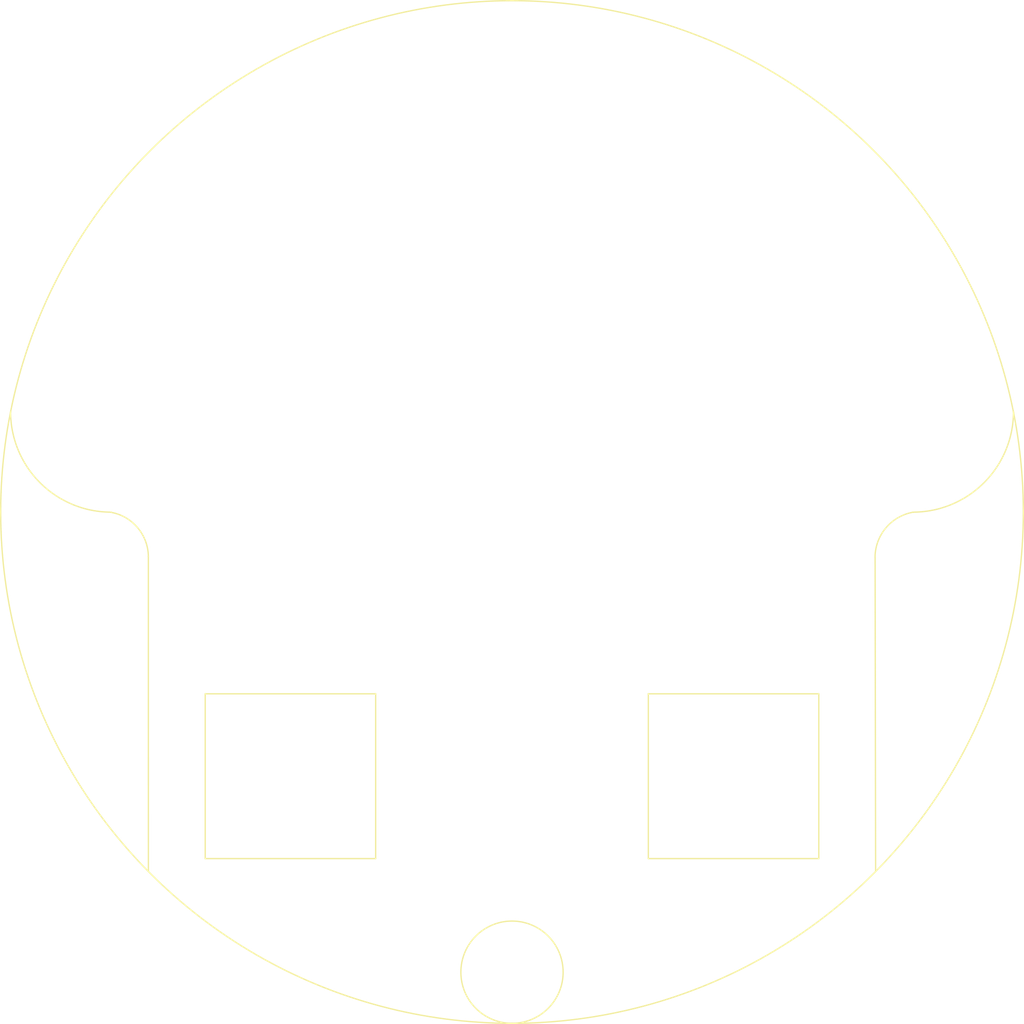
<source format=kicad_pcb>
(kicad_pcb (version 20171130) (host pcbnew 5.1.5-52549c5~84~ubuntu18.04.1)

  (general
    (thickness 1.6)
    (drawings 16)
    (tracks 0)
    (zones 0)
    (modules 0)
    (nets 1)
  )

  (page A4)
  (layers
    (0 F.Cu signal)
    (31 B.Cu signal)
    (32 B.Adhes user)
    (33 F.Adhes user)
    (34 B.Paste user)
    (35 F.Paste user)
    (36 B.SilkS user)
    (37 F.SilkS user)
    (38 B.Mask user)
    (39 F.Mask user)
    (40 Dwgs.User user)
    (41 Cmts.User user)
    (42 Eco1.User user)
    (43 Eco2.User user)
    (44 Edge.Cuts user)
    (45 Margin user)
    (46 B.CrtYd user)
    (47 F.CrtYd user)
    (48 B.Fab user)
    (49 F.Fab user)
  )

  (setup
    (last_trace_width 0.25)
    (trace_clearance 0.2)
    (zone_clearance 0.508)
    (zone_45_only no)
    (trace_min 0.2)
    (via_size 0.8)
    (via_drill 0.4)
    (via_min_size 0.4)
    (via_min_drill 0.3)
    (uvia_size 0.3)
    (uvia_drill 0.1)
    (uvias_allowed no)
    (uvia_min_size 0.2)
    (uvia_min_drill 0.1)
    (edge_width 0.05)
    (segment_width 0.2)
    (pcb_text_width 0.3)
    (pcb_text_size 1.5 1.5)
    (mod_edge_width 0.12)
    (mod_text_size 1 1)
    (mod_text_width 0.15)
    (pad_size 1.524 1.524)
    (pad_drill 0.762)
    (pad_to_mask_clearance 0.051)
    (solder_mask_min_width 0.25)
    (aux_axis_origin 0 0)
    (visible_elements FFFFFF7F)
    (pcbplotparams
      (layerselection 0x010fc_ffffffff)
      (usegerberextensions false)
      (usegerberattributes false)
      (usegerberadvancedattributes false)
      (creategerberjobfile false)
      (excludeedgelayer true)
      (linewidth 0.100000)
      (plotframeref false)
      (viasonmask false)
      (mode 1)
      (useauxorigin false)
      (hpglpennumber 1)
      (hpglpenspeed 20)
      (hpglpendiameter 15.000000)
      (psnegative false)
      (psa4output false)
      (plotreference true)
      (plotvalue true)
      (plotinvisibletext false)
      (padsonsilk false)
      (subtractmaskfromsilk false)
      (outputformat 1)
      (mirror false)
      (drillshape 1)
      (scaleselection 1)
      (outputdirectory ""))
  )

  (net 0 "")

  (net_class Default "This is the default net class."
    (clearance 0.2)
    (trace_width 0.25)
    (via_dia 0.8)
    (via_drill 0.4)
    (uvia_dia 0.3)
    (uvia_drill 0.1)
  )

  (gr_line (start 131 116) (end 116 116) (layer F.SilkS) (width 0.12) (tstamp 5DE740EB))
  (gr_line (start 131 130.5) (end 116 130.5) (layer F.SilkS) (width 0.12) (tstamp 5DE740E1))
  (gr_line (start 170 130.5) (end 155 130.5) (layer F.SilkS) (width 0.12) (tstamp 5DE740B4))
  (gr_line (start 154.9908 116.0018) (end 170.0022 116.0018) (layer F.SilkS) (width 0.12))
  (gr_line (start 116 116) (end 116 130.5) (layer F.SilkS) (width 0.12) (tstamp 5DE73F7A))
  (gr_line (start 170 116) (end 170 130.5) (layer F.SilkS) (width 0.12) (tstamp 5DE73F5C))
  (gr_line (start 155 116) (end 155 130.5) (layer F.SilkS) (width 0.12) (tstamp 5DE73ED4))
  (gr_line (start 131 116) (end 131 130.5) (layer F.SilkS) (width 0.12))
  (gr_circle (center 143 140.5) (end 147.5 140.5) (layer F.SilkS) (width 0.12))
  (gr_arc (start 179.006499 104.012999) (end 178.3334 100.0125) (angle -80.4492104) (layer F.SilkS) (width 0.12) (tstamp 5DE27443))
  (gr_arc (start 106.99706 103.964681) (end 110.997559 103.901182) (angle -79.02994385) (layer F.SilkS) (width 0.12))
  (gr_arc (start 178.2845 91.1625) (end 178.2845 100.0125) (angle -90) (layer F.SilkS) (width 0.12) (tstamp 5DE27322))
  (gr_arc (start 107.7195 91.1625) (end 98.8695 91.1625) (angle -90) (layer F.SilkS) (width 0.12))
  (gr_line (start 174.9552 104.0384) (end 175 131.6) (layer F.SilkS) (width 0.12) (tstamp 5DE2B2E5))
  (gr_line (start 110.998 103.9114) (end 111 131.6) (layer F.SilkS) (width 0.12))
  (gr_circle (center 143 100) (end 188 100) (layer F.SilkS) (width 0.12))

)

</source>
